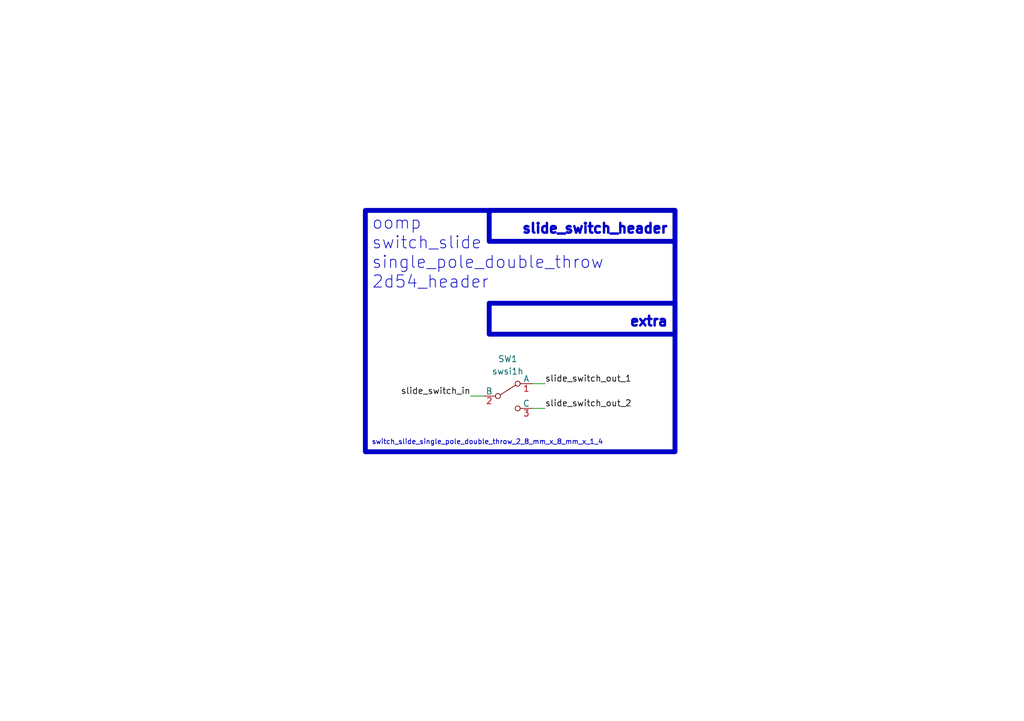
<source format=kicad_sch>
(kicad_sch (version 20230121) (generator eeschema)
  (paper "A5")
  (lib_symbols
    (symbol "oomlout_oomp_part_symbols:swsi1h_electronic_switch_slide_2d54_header_single_pole_double_throw" (pin_names (offset 0))
      (property "Reference" "J" (at 0 4.318 0))
      (property "Value" "swsi1h_electronic_switch_slide_2d54_header_single_pole_double_throw" (at 0 -5.08 0))
      (symbol "swsi1h_electronic_switch_slide_2d54_header_single_pole_double_throw_0_0"
        (circle (center -2.032 0) (radius 0.508))
        (circle (center 2.032 -2.54) (radius 0.508))
      )
      (symbol "swsi1h_electronic_switch_slide_2d54_header_single_pole_double_throw_0_1"
        (polyline (pts (xy -1.524 0.254) (xy 1.651 2.286)))
        (circle (center 2.032 2.54) (radius 0.508))
      )
      (symbol "swsi1h_electronic_switch_slide_2d54_header_single_pole_double_throw_1_1"
        (pin passive line (at 5.08 2.54 180) (length 2.54) (name "A") (number "1"))
        (pin passive line (at -5.08 0 0) (length 2.54) (name "B") (number "2"))
        (pin passive line (at 5.08 -2.54 180) (length 2.54) (name "C") (number "3"))
      )
    )
  )
  (wire (pts (xy 109.22 83.82) (xy 111.76 83.82)))
  (wire (pts (xy 109.22 78.74) (xy 111.76 78.74)))
  (wire (pts (xy 96.52 81.28) (xy 99.06 81.28)))
  (rectangle (start 74.93 43.18) (end 138.43 92.71) (stroke (width 1)))
  (rectangle (start 123.19 191.77) (end 123.19 191.77))
  (rectangle (start 100.33 62.23) (end 138.43 68.58) (stroke (width 1)))
  (rectangle (start 119.38 207.01) (end 119.38 207.01))
  (rectangle (start 100.33 43.18) (end 138.43 49.53) (stroke (width 1)))
  (text "oomp\nswitch_slide\nsingle_pole_double_throw\n2d54_header\n\n" (at 76.2 63.5 0) (effects (font (size 2.5 2.5)) (justify left bottom)))
  (text "extra" (at 137.16 67.31 0) (effects (font (size 2 2) (thickness 0.8) bold) (justify right bottom)))
  (text "slide_switch_header" (at 137.16 48.26 0) (effects (font (size 2 2) (thickness 0.8) bold) (justify right bottom)))
  (text "switch_slide_single_pole_double_throw_2_8_mm_x_8_mm_x_1_4" (at 76.2 91.44 0) (effects (font (size 1 1)) (justify left bottom)))
  (label "slide_switch_in" (at 96.52 81.28 180))
  (label "slide_switch_out_2" (at 111.76 83.82 0))
  (label "slide_switch_out_1" (at 111.76 78.74 0))
  (symbol (lib_id "oomlout_oomp_part_symbols:swsi1h_electronic_switch_slide_2d54_header_single_pole_double_throw") (at 104.14 81.28 0) (unit 1)
    (property "Reference" "SW1" (at 104.14 73.66 0))
    (property "Value" "swsi1h" (at 104.14 76.2 0))
    (property "Footprint" "oomlout_oomp_part_footprints:swsi1h_electronic_switch_slide_2d54_header_single_pole_double_throw" (effects hide))
    (property "Datasheet" "https://github.com/oomlout/oomlout_oomp_v3/parts/electronic_switch_slide_2d54_header_single_pole_double_throw/datasheet.pdf" (effects hide))
  )
)
</source>
